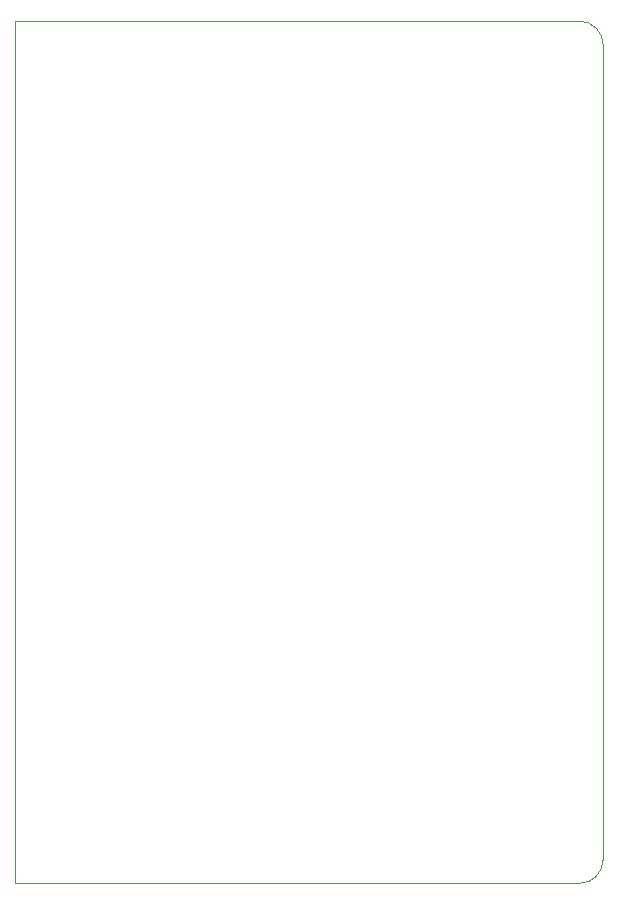
<source format=gm1>
G04 Layer_Color=16711935*
%FSLAX24Y24*%
%MOIN*%
G70*
G01*
G75*
%ADD182C,0.0005*%
D182*
X18824Y0D02*
G03*
X19611Y787I0J787D01*
G01*
Y27953D02*
G03*
X18824Y28740I-787J0D01*
G01*
X0D02*
X18824D01*
X0Y0D02*
Y28740D01*
Y0D02*
X18824D01*
X19611Y787D02*
Y27953D01*
M02*

</source>
